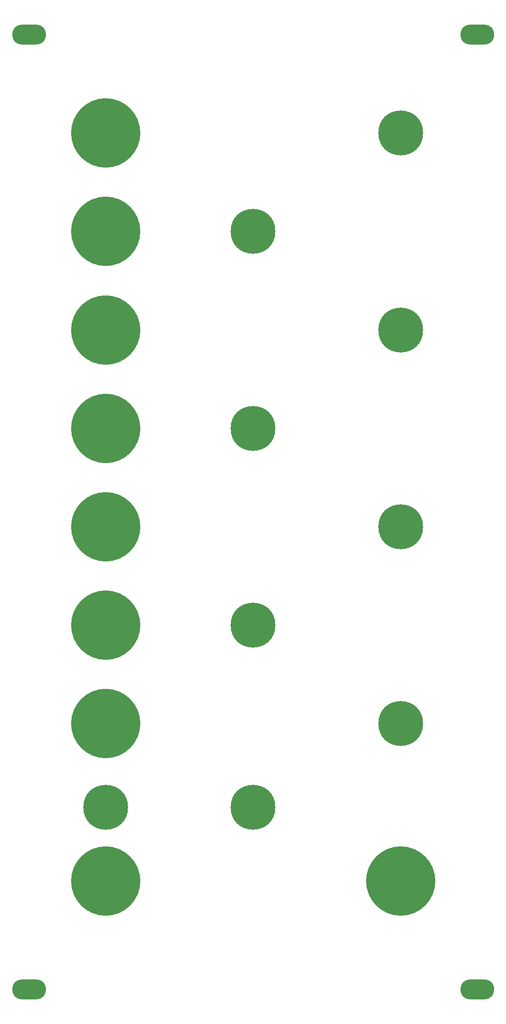
<source format=gbr>
%TF.GenerationSoftware,KiCad,Pcbnew,5.1.6-c6e7f7d~87~ubuntu20.04.1*%
%TF.CreationDate,2020-10-30T00:46:53-04:00*%
%TF.ProjectId,waveshaper-panel,77617665-7368-4617-9065-722d70616e65,rev?*%
%TF.SameCoordinates,Original*%
%TF.FileFunction,Soldermask,Top*%
%TF.FilePolarity,Negative*%
%FSLAX46Y46*%
G04 Gerber Fmt 4.6, Leading zero omitted, Abs format (unit mm)*
G04 Created by KiCad (PCBNEW 5.1.6-c6e7f7d~87~ubuntu20.04.1) date 2020-10-30 00:46:53*
%MOMM*%
%LPD*%
G01*
G04 APERTURE LIST*
%ADD10O,6.900000X4.100000*%
%ADD11C,9.100000*%
%ADD12C,14.100000*%
G04 APERTURE END LIST*
D10*
%TO.C,H22*%
X145600000Y-197000000D03*
%TD*%
D11*
%TO.C,H21*%
X100000000Y-83000000D03*
%TD*%
D12*
%TO.C,H20*%
X70000000Y-83000000D03*
%TD*%
D10*
%TO.C,H19*%
X54400000Y-197000000D03*
%TD*%
D11*
%TO.C,H18*%
X130000000Y-143000000D03*
%TD*%
%TO.C,H17*%
X130000000Y-63000000D03*
%TD*%
D12*
%TO.C,H16*%
X70000000Y-143000000D03*
%TD*%
%TO.C,H15*%
X70000000Y-63000000D03*
%TD*%
D10*
%TO.C,H14*%
X145600000Y-3000000D03*
%TD*%
D12*
%TO.C,H13*%
X130000000Y-175000000D03*
%TD*%
D11*
%TO.C,H12*%
X100000000Y-160000000D03*
%TD*%
%TO.C,H11*%
X100000000Y-123000000D03*
%TD*%
%TO.C,H10*%
X100000000Y-43000000D03*
%TD*%
D12*
%TO.C,H9*%
X70000000Y-123000000D03*
%TD*%
%TO.C,H8*%
X70000000Y-43000000D03*
%TD*%
D10*
%TO.C,H7*%
X54400000Y-3000000D03*
%TD*%
D12*
%TO.C,H6*%
X70000000Y-175000000D03*
%TD*%
D11*
%TO.C,H5*%
X70000000Y-160000000D03*
%TD*%
%TO.C,H4*%
X130000000Y-103000000D03*
%TD*%
%TO.C,H3*%
X130000000Y-23000000D03*
%TD*%
D12*
%TO.C,H2*%
X70000000Y-103000000D03*
%TD*%
%TO.C,H1*%
X70000000Y-23000000D03*
%TD*%
M02*

</source>
